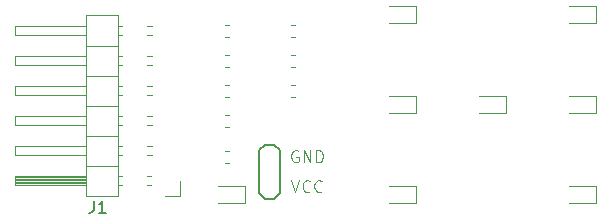
<source format=gbr>
G04 #@! TF.GenerationSoftware,KiCad,Pcbnew,(5.1.2)-2*
G04 #@! TF.CreationDate,2019-08-21T01:30:02+02:00*
G04 #@! TF.ProjectId,pmod-dice2,706d6f64-2d64-4696-9365-322e6b696361,rev?*
G04 #@! TF.SameCoordinates,Original*
G04 #@! TF.FileFunction,Legend,Top*
G04 #@! TF.FilePolarity,Positive*
%FSLAX46Y46*%
G04 Gerber Fmt 4.6, Leading zero omitted, Abs format (unit mm)*
G04 Created by KiCad (PCBNEW (5.1.2)-2) date 2019-08-21 01:30:02*
%MOMM*%
%LPD*%
G04 APERTURE LIST*
%ADD10C,0.100000*%
%ADD11C,0.150000*%
%ADD12C,0.120000*%
G04 APERTURE END LIST*
D10*
X38671666Y-29932380D02*
X39005000Y-30932380D01*
X39338333Y-29932380D01*
X40243095Y-30837142D02*
X40195476Y-30884761D01*
X40052619Y-30932380D01*
X39957380Y-30932380D01*
X39814523Y-30884761D01*
X39719285Y-30789523D01*
X39671666Y-30694285D01*
X39624047Y-30503809D01*
X39624047Y-30360952D01*
X39671666Y-30170476D01*
X39719285Y-30075238D01*
X39814523Y-29980000D01*
X39957380Y-29932380D01*
X40052619Y-29932380D01*
X40195476Y-29980000D01*
X40243095Y-30027619D01*
X41243095Y-30837142D02*
X41195476Y-30884761D01*
X41052619Y-30932380D01*
X40957380Y-30932380D01*
X40814523Y-30884761D01*
X40719285Y-30789523D01*
X40671666Y-30694285D01*
X40624047Y-30503809D01*
X40624047Y-30360952D01*
X40671666Y-30170476D01*
X40719285Y-30075238D01*
X40814523Y-29980000D01*
X40957380Y-29932380D01*
X41052619Y-29932380D01*
X41195476Y-29980000D01*
X41243095Y-30027619D01*
X39243095Y-27440000D02*
X39147857Y-27392380D01*
X39005000Y-27392380D01*
X38862142Y-27440000D01*
X38766904Y-27535238D01*
X38719285Y-27630476D01*
X38671666Y-27820952D01*
X38671666Y-27963809D01*
X38719285Y-28154285D01*
X38766904Y-28249523D01*
X38862142Y-28344761D01*
X39005000Y-28392380D01*
X39100238Y-28392380D01*
X39243095Y-28344761D01*
X39290714Y-28297142D01*
X39290714Y-27963809D01*
X39100238Y-27963809D01*
X39719285Y-28392380D02*
X39719285Y-27392380D01*
X40290714Y-28392380D01*
X40290714Y-27392380D01*
X40766904Y-28392380D02*
X40766904Y-27392380D01*
X41005000Y-27392380D01*
X41147857Y-27440000D01*
X41243095Y-27535238D01*
X41290714Y-27630476D01*
X41338333Y-27820952D01*
X41338333Y-27963809D01*
X41290714Y-28154285D01*
X41243095Y-28249523D01*
X41147857Y-28344761D01*
X41005000Y-28392380D01*
X40766904Y-28392380D01*
D11*
X36430000Y-31510000D02*
X35930000Y-31010000D01*
X37230000Y-31510000D02*
X36430000Y-31510000D01*
X37730000Y-31010000D02*
X37230000Y-31510000D01*
X37730000Y-27410000D02*
X37730000Y-31010000D01*
X37230000Y-26910000D02*
X37730000Y-27410000D01*
X36430000Y-26910000D02*
X37230000Y-26910000D01*
X35930000Y-27410000D02*
X36430000Y-26910000D01*
X35930000Y-31010000D02*
X35930000Y-27410000D01*
D12*
X46977500Y-16610000D02*
X49262500Y-16610000D01*
X49262500Y-16610000D02*
X49262500Y-15140000D01*
X49262500Y-15140000D02*
X46977500Y-15140000D01*
X49262500Y-22760000D02*
X46977500Y-22760000D01*
X49262500Y-24230000D02*
X49262500Y-22760000D01*
X46977500Y-24230000D02*
X49262500Y-24230000D01*
X49262500Y-30380000D02*
X46977500Y-30380000D01*
X49262500Y-31850000D02*
X49262500Y-30380000D01*
X46977500Y-31850000D02*
X49262500Y-31850000D01*
X54597500Y-24230000D02*
X56882500Y-24230000D01*
X56882500Y-24230000D02*
X56882500Y-22760000D01*
X56882500Y-22760000D02*
X54597500Y-22760000D01*
X64502500Y-15140000D02*
X62217500Y-15140000D01*
X64502500Y-16610000D02*
X64502500Y-15140000D01*
X62217500Y-16610000D02*
X64502500Y-16610000D01*
X62217500Y-24230000D02*
X64502500Y-24230000D01*
X64502500Y-24230000D02*
X64502500Y-22760000D01*
X64502500Y-22760000D02*
X62217500Y-22760000D01*
X62217500Y-31850000D02*
X64502500Y-31850000D01*
X64502500Y-31850000D02*
X64502500Y-30380000D01*
X64502500Y-30380000D02*
X62217500Y-30380000D01*
X34759000Y-30380000D02*
X32474000Y-30380000D01*
X34759000Y-31850000D02*
X34759000Y-30380000D01*
X32474000Y-31850000D02*
X34759000Y-31850000D01*
X23960000Y-31302000D02*
X23960000Y-15942000D01*
X23960000Y-15942000D02*
X21300000Y-15942000D01*
X21300000Y-15942000D02*
X21300000Y-31302000D01*
X21300000Y-31302000D02*
X23960000Y-31302000D01*
X21300000Y-30352000D02*
X15300000Y-30352000D01*
X15300000Y-30352000D02*
X15300000Y-29592000D01*
X15300000Y-29592000D02*
X21300000Y-29592000D01*
X21300000Y-30292000D02*
X15300000Y-30292000D01*
X21300000Y-30172000D02*
X15300000Y-30172000D01*
X21300000Y-30052000D02*
X15300000Y-30052000D01*
X21300000Y-29932000D02*
X15300000Y-29932000D01*
X21300000Y-29812000D02*
X15300000Y-29812000D01*
X21300000Y-29692000D02*
X15300000Y-29692000D01*
X24357071Y-30352000D02*
X23960000Y-30352000D01*
X24357071Y-29592000D02*
X23960000Y-29592000D01*
X26830000Y-30352000D02*
X26442929Y-30352000D01*
X26830000Y-29592000D02*
X26442929Y-29592000D01*
X23960000Y-28702000D02*
X21300000Y-28702000D01*
X21300000Y-27812000D02*
X15300000Y-27812000D01*
X15300000Y-27812000D02*
X15300000Y-27052000D01*
X15300000Y-27052000D02*
X21300000Y-27052000D01*
X24357071Y-27812000D02*
X23960000Y-27812000D01*
X24357071Y-27052000D02*
X23960000Y-27052000D01*
X26897071Y-27812000D02*
X26442929Y-27812000D01*
X26897071Y-27052000D02*
X26442929Y-27052000D01*
X23960000Y-26162000D02*
X21300000Y-26162000D01*
X21300000Y-25272000D02*
X15300000Y-25272000D01*
X15300000Y-25272000D02*
X15300000Y-24512000D01*
X15300000Y-24512000D02*
X21300000Y-24512000D01*
X24357071Y-25272000D02*
X23960000Y-25272000D01*
X24357071Y-24512000D02*
X23960000Y-24512000D01*
X26897071Y-25272000D02*
X26442929Y-25272000D01*
X26897071Y-24512000D02*
X26442929Y-24512000D01*
X23960000Y-23622000D02*
X21300000Y-23622000D01*
X21300000Y-22732000D02*
X15300000Y-22732000D01*
X15300000Y-22732000D02*
X15300000Y-21972000D01*
X15300000Y-21972000D02*
X21300000Y-21972000D01*
X24357071Y-22732000D02*
X23960000Y-22732000D01*
X24357071Y-21972000D02*
X23960000Y-21972000D01*
X26897071Y-22732000D02*
X26442929Y-22732000D01*
X26897071Y-21972000D02*
X26442929Y-21972000D01*
X23960000Y-21082000D02*
X21300000Y-21082000D01*
X21300000Y-20192000D02*
X15300000Y-20192000D01*
X15300000Y-20192000D02*
X15300000Y-19432000D01*
X15300000Y-19432000D02*
X21300000Y-19432000D01*
X24357071Y-20192000D02*
X23960000Y-20192000D01*
X24357071Y-19432000D02*
X23960000Y-19432000D01*
X26897071Y-20192000D02*
X26442929Y-20192000D01*
X26897071Y-19432000D02*
X26442929Y-19432000D01*
X23960000Y-18542000D02*
X21300000Y-18542000D01*
X21300000Y-17652000D02*
X15300000Y-17652000D01*
X15300000Y-17652000D02*
X15300000Y-16892000D01*
X15300000Y-16892000D02*
X21300000Y-16892000D01*
X24357071Y-17652000D02*
X23960000Y-17652000D01*
X24357071Y-16892000D02*
X23960000Y-16892000D01*
X26897071Y-17652000D02*
X26442929Y-17652000D01*
X26897071Y-16892000D02*
X26442929Y-16892000D01*
X29210000Y-29972000D02*
X29210000Y-31242000D01*
X29210000Y-31242000D02*
X27940000Y-31242000D01*
X33085721Y-17782000D02*
X33411279Y-17782000D01*
X33085721Y-16762000D02*
X33411279Y-16762000D01*
X33085721Y-19302000D02*
X33411279Y-19302000D01*
X33085721Y-20322000D02*
X33411279Y-20322000D01*
X33085721Y-22862000D02*
X33411279Y-22862000D01*
X33085721Y-21842000D02*
X33411279Y-21842000D01*
X33085721Y-24382000D02*
X33411279Y-24382000D01*
X33085721Y-25402000D02*
X33411279Y-25402000D01*
X38673721Y-17782000D02*
X38999279Y-17782000D01*
X38673721Y-16762000D02*
X38999279Y-16762000D01*
X38673721Y-19302000D02*
X38999279Y-19302000D01*
X38673721Y-20322000D02*
X38999279Y-20322000D01*
X38673721Y-22862000D02*
X38999279Y-22862000D01*
X38673721Y-21842000D02*
X38999279Y-21842000D01*
X33085721Y-27430000D02*
X33411279Y-27430000D01*
X33085721Y-28450000D02*
X33411279Y-28450000D01*
D11*
X21951666Y-31694380D02*
X21951666Y-32408666D01*
X21904047Y-32551523D01*
X21808809Y-32646761D01*
X21665952Y-32694380D01*
X21570714Y-32694380D01*
X22951666Y-32694380D02*
X22380238Y-32694380D01*
X22665952Y-32694380D02*
X22665952Y-31694380D01*
X22570714Y-31837238D01*
X22475476Y-31932476D01*
X22380238Y-31980095D01*
M02*

</source>
